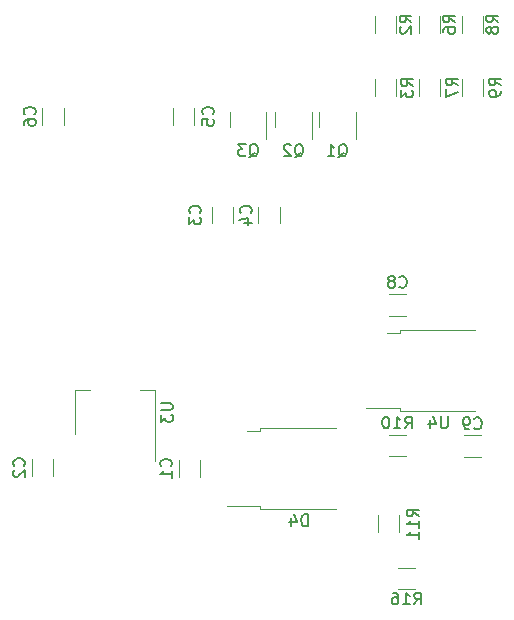
<source format=gbr>
%TF.GenerationSoftware,KiCad,Pcbnew,(7.0.0-0)*%
%TF.CreationDate,2023-06-23T15:16:10+02:00*%
%TF.ProjectId,RCcar,52436361-722e-46b6-9963-61645f706362,rev?*%
%TF.SameCoordinates,Original*%
%TF.FileFunction,Legend,Bot*%
%TF.FilePolarity,Positive*%
%FSLAX46Y46*%
G04 Gerber Fmt 4.6, Leading zero omitted, Abs format (unit mm)*
G04 Created by KiCad (PCBNEW (7.0.0-0)) date 2023-06-23 15:16:10*
%MOMM*%
%LPD*%
G01*
G04 APERTURE LIST*
%ADD10C,0.150000*%
%ADD11C,0.120000*%
G04 APERTURE END LIST*
D10*
%TO.C,Q2*%
X56195238Y-61362619D02*
X56290476Y-61315000D01*
X56290476Y-61315000D02*
X56385714Y-61219761D01*
X56385714Y-61219761D02*
X56528571Y-61076904D01*
X56528571Y-61076904D02*
X56623809Y-61029285D01*
X56623809Y-61029285D02*
X56719047Y-61029285D01*
X56671428Y-61267380D02*
X56766666Y-61219761D01*
X56766666Y-61219761D02*
X56861904Y-61124523D01*
X56861904Y-61124523D02*
X56909523Y-60934047D01*
X56909523Y-60934047D02*
X56909523Y-60600714D01*
X56909523Y-60600714D02*
X56861904Y-60410238D01*
X56861904Y-60410238D02*
X56766666Y-60315000D01*
X56766666Y-60315000D02*
X56671428Y-60267380D01*
X56671428Y-60267380D02*
X56480952Y-60267380D01*
X56480952Y-60267380D02*
X56385714Y-60315000D01*
X56385714Y-60315000D02*
X56290476Y-60410238D01*
X56290476Y-60410238D02*
X56242857Y-60600714D01*
X56242857Y-60600714D02*
X56242857Y-60934047D01*
X56242857Y-60934047D02*
X56290476Y-61124523D01*
X56290476Y-61124523D02*
X56385714Y-61219761D01*
X56385714Y-61219761D02*
X56480952Y-61267380D01*
X56480952Y-61267380D02*
X56671428Y-61267380D01*
X55861904Y-60362619D02*
X55814285Y-60315000D01*
X55814285Y-60315000D02*
X55719047Y-60267380D01*
X55719047Y-60267380D02*
X55480952Y-60267380D01*
X55480952Y-60267380D02*
X55385714Y-60315000D01*
X55385714Y-60315000D02*
X55338095Y-60362619D01*
X55338095Y-60362619D02*
X55290476Y-60457857D01*
X55290476Y-60457857D02*
X55290476Y-60553095D01*
X55290476Y-60553095D02*
X55338095Y-60695952D01*
X55338095Y-60695952D02*
X55909523Y-61267380D01*
X55909523Y-61267380D02*
X55290476Y-61267380D01*
%TO.C,R6*%
X69787380Y-49933333D02*
X69311190Y-49600000D01*
X69787380Y-49361905D02*
X68787380Y-49361905D01*
X68787380Y-49361905D02*
X68787380Y-49742857D01*
X68787380Y-49742857D02*
X68835000Y-49838095D01*
X68835000Y-49838095D02*
X68882619Y-49885714D01*
X68882619Y-49885714D02*
X68977857Y-49933333D01*
X68977857Y-49933333D02*
X69120714Y-49933333D01*
X69120714Y-49933333D02*
X69215952Y-49885714D01*
X69215952Y-49885714D02*
X69263571Y-49838095D01*
X69263571Y-49838095D02*
X69311190Y-49742857D01*
X69311190Y-49742857D02*
X69311190Y-49361905D01*
X68787380Y-50790476D02*
X68787380Y-50600000D01*
X68787380Y-50600000D02*
X68835000Y-50504762D01*
X68835000Y-50504762D02*
X68882619Y-50457143D01*
X68882619Y-50457143D02*
X69025476Y-50361905D01*
X69025476Y-50361905D02*
X69215952Y-50314286D01*
X69215952Y-50314286D02*
X69596904Y-50314286D01*
X69596904Y-50314286D02*
X69692142Y-50361905D01*
X69692142Y-50361905D02*
X69739761Y-50409524D01*
X69739761Y-50409524D02*
X69787380Y-50504762D01*
X69787380Y-50504762D02*
X69787380Y-50695238D01*
X69787380Y-50695238D02*
X69739761Y-50790476D01*
X69739761Y-50790476D02*
X69692142Y-50838095D01*
X69692142Y-50838095D02*
X69596904Y-50885714D01*
X69596904Y-50885714D02*
X69358809Y-50885714D01*
X69358809Y-50885714D02*
X69263571Y-50838095D01*
X69263571Y-50838095D02*
X69215952Y-50790476D01*
X69215952Y-50790476D02*
X69168333Y-50695238D01*
X69168333Y-50695238D02*
X69168333Y-50504762D01*
X69168333Y-50504762D02*
X69215952Y-50409524D01*
X69215952Y-50409524D02*
X69263571Y-50361905D01*
X69263571Y-50361905D02*
X69358809Y-50314286D01*
%TO.C,R16*%
X66317857Y-99212380D02*
X66651190Y-98736190D01*
X66889285Y-99212380D02*
X66889285Y-98212380D01*
X66889285Y-98212380D02*
X66508333Y-98212380D01*
X66508333Y-98212380D02*
X66413095Y-98260000D01*
X66413095Y-98260000D02*
X66365476Y-98307619D01*
X66365476Y-98307619D02*
X66317857Y-98402857D01*
X66317857Y-98402857D02*
X66317857Y-98545714D01*
X66317857Y-98545714D02*
X66365476Y-98640952D01*
X66365476Y-98640952D02*
X66413095Y-98688571D01*
X66413095Y-98688571D02*
X66508333Y-98736190D01*
X66508333Y-98736190D02*
X66889285Y-98736190D01*
X65365476Y-99212380D02*
X65936904Y-99212380D01*
X65651190Y-99212380D02*
X65651190Y-98212380D01*
X65651190Y-98212380D02*
X65746428Y-98355238D01*
X65746428Y-98355238D02*
X65841666Y-98450476D01*
X65841666Y-98450476D02*
X65936904Y-98498095D01*
X64508333Y-98212380D02*
X64698809Y-98212380D01*
X64698809Y-98212380D02*
X64794047Y-98260000D01*
X64794047Y-98260000D02*
X64841666Y-98307619D01*
X64841666Y-98307619D02*
X64936904Y-98450476D01*
X64936904Y-98450476D02*
X64984523Y-98640952D01*
X64984523Y-98640952D02*
X64984523Y-99021904D01*
X64984523Y-99021904D02*
X64936904Y-99117142D01*
X64936904Y-99117142D02*
X64889285Y-99164761D01*
X64889285Y-99164761D02*
X64794047Y-99212380D01*
X64794047Y-99212380D02*
X64603571Y-99212380D01*
X64603571Y-99212380D02*
X64508333Y-99164761D01*
X64508333Y-99164761D02*
X64460714Y-99117142D01*
X64460714Y-99117142D02*
X64413095Y-99021904D01*
X64413095Y-99021904D02*
X64413095Y-98783809D01*
X64413095Y-98783809D02*
X64460714Y-98688571D01*
X64460714Y-98688571D02*
X64508333Y-98640952D01*
X64508333Y-98640952D02*
X64603571Y-98593333D01*
X64603571Y-98593333D02*
X64794047Y-98593333D01*
X64794047Y-98593333D02*
X64889285Y-98640952D01*
X64889285Y-98640952D02*
X64936904Y-98688571D01*
X64936904Y-98688571D02*
X64984523Y-98783809D01*
%TO.C,R2*%
X66087380Y-49933333D02*
X65611190Y-49600000D01*
X66087380Y-49361905D02*
X65087380Y-49361905D01*
X65087380Y-49361905D02*
X65087380Y-49742857D01*
X65087380Y-49742857D02*
X65135000Y-49838095D01*
X65135000Y-49838095D02*
X65182619Y-49885714D01*
X65182619Y-49885714D02*
X65277857Y-49933333D01*
X65277857Y-49933333D02*
X65420714Y-49933333D01*
X65420714Y-49933333D02*
X65515952Y-49885714D01*
X65515952Y-49885714D02*
X65563571Y-49838095D01*
X65563571Y-49838095D02*
X65611190Y-49742857D01*
X65611190Y-49742857D02*
X65611190Y-49361905D01*
X65182619Y-50314286D02*
X65135000Y-50361905D01*
X65135000Y-50361905D02*
X65087380Y-50457143D01*
X65087380Y-50457143D02*
X65087380Y-50695238D01*
X65087380Y-50695238D02*
X65135000Y-50790476D01*
X65135000Y-50790476D02*
X65182619Y-50838095D01*
X65182619Y-50838095D02*
X65277857Y-50885714D01*
X65277857Y-50885714D02*
X65373095Y-50885714D01*
X65373095Y-50885714D02*
X65515952Y-50838095D01*
X65515952Y-50838095D02*
X66087380Y-50266667D01*
X66087380Y-50266667D02*
X66087380Y-50885714D01*
%TO.C,C9*%
X71416666Y-84294142D02*
X71464285Y-84341761D01*
X71464285Y-84341761D02*
X71607142Y-84389380D01*
X71607142Y-84389380D02*
X71702380Y-84389380D01*
X71702380Y-84389380D02*
X71845237Y-84341761D01*
X71845237Y-84341761D02*
X71940475Y-84246523D01*
X71940475Y-84246523D02*
X71988094Y-84151285D01*
X71988094Y-84151285D02*
X72035713Y-83960809D01*
X72035713Y-83960809D02*
X72035713Y-83817952D01*
X72035713Y-83817952D02*
X71988094Y-83627476D01*
X71988094Y-83627476D02*
X71940475Y-83532238D01*
X71940475Y-83532238D02*
X71845237Y-83437000D01*
X71845237Y-83437000D02*
X71702380Y-83389380D01*
X71702380Y-83389380D02*
X71607142Y-83389380D01*
X71607142Y-83389380D02*
X71464285Y-83437000D01*
X71464285Y-83437000D02*
X71416666Y-83484619D01*
X70940475Y-84389380D02*
X70749999Y-84389380D01*
X70749999Y-84389380D02*
X70654761Y-84341761D01*
X70654761Y-84341761D02*
X70607142Y-84294142D01*
X70607142Y-84294142D02*
X70511904Y-84151285D01*
X70511904Y-84151285D02*
X70464285Y-83960809D01*
X70464285Y-83960809D02*
X70464285Y-83579857D01*
X70464285Y-83579857D02*
X70511904Y-83484619D01*
X70511904Y-83484619D02*
X70559523Y-83437000D01*
X70559523Y-83437000D02*
X70654761Y-83389380D01*
X70654761Y-83389380D02*
X70845237Y-83389380D01*
X70845237Y-83389380D02*
X70940475Y-83437000D01*
X70940475Y-83437000D02*
X70988094Y-83484619D01*
X70988094Y-83484619D02*
X71035713Y-83579857D01*
X71035713Y-83579857D02*
X71035713Y-83817952D01*
X71035713Y-83817952D02*
X70988094Y-83913190D01*
X70988094Y-83913190D02*
X70940475Y-83960809D01*
X70940475Y-83960809D02*
X70845237Y-84008428D01*
X70845237Y-84008428D02*
X70654761Y-84008428D01*
X70654761Y-84008428D02*
X70559523Y-83960809D01*
X70559523Y-83960809D02*
X70511904Y-83913190D01*
X70511904Y-83913190D02*
X70464285Y-83817952D01*
%TO.C,R7*%
X70017380Y-55283333D02*
X69541190Y-54950000D01*
X70017380Y-54711905D02*
X69017380Y-54711905D01*
X69017380Y-54711905D02*
X69017380Y-55092857D01*
X69017380Y-55092857D02*
X69065000Y-55188095D01*
X69065000Y-55188095D02*
X69112619Y-55235714D01*
X69112619Y-55235714D02*
X69207857Y-55283333D01*
X69207857Y-55283333D02*
X69350714Y-55283333D01*
X69350714Y-55283333D02*
X69445952Y-55235714D01*
X69445952Y-55235714D02*
X69493571Y-55188095D01*
X69493571Y-55188095D02*
X69541190Y-55092857D01*
X69541190Y-55092857D02*
X69541190Y-54711905D01*
X69017380Y-55616667D02*
X69017380Y-56283333D01*
X69017380Y-56283333D02*
X70017380Y-55854762D01*
%TO.C,D4*%
X57328094Y-92597380D02*
X57328094Y-91597380D01*
X57328094Y-91597380D02*
X57089999Y-91597380D01*
X57089999Y-91597380D02*
X56947142Y-91645000D01*
X56947142Y-91645000D02*
X56851904Y-91740238D01*
X56851904Y-91740238D02*
X56804285Y-91835476D01*
X56804285Y-91835476D02*
X56756666Y-92025952D01*
X56756666Y-92025952D02*
X56756666Y-92168809D01*
X56756666Y-92168809D02*
X56804285Y-92359285D01*
X56804285Y-92359285D02*
X56851904Y-92454523D01*
X56851904Y-92454523D02*
X56947142Y-92549761D01*
X56947142Y-92549761D02*
X57089999Y-92597380D01*
X57089999Y-92597380D02*
X57328094Y-92597380D01*
X55899523Y-91930714D02*
X55899523Y-92597380D01*
X56137618Y-91549761D02*
X56375713Y-92264047D01*
X56375713Y-92264047D02*
X55756666Y-92264047D01*
%TO.C,Q3*%
X52345238Y-61362619D02*
X52440476Y-61315000D01*
X52440476Y-61315000D02*
X52535714Y-61219761D01*
X52535714Y-61219761D02*
X52678571Y-61076904D01*
X52678571Y-61076904D02*
X52773809Y-61029285D01*
X52773809Y-61029285D02*
X52869047Y-61029285D01*
X52821428Y-61267380D02*
X52916666Y-61219761D01*
X52916666Y-61219761D02*
X53011904Y-61124523D01*
X53011904Y-61124523D02*
X53059523Y-60934047D01*
X53059523Y-60934047D02*
X53059523Y-60600714D01*
X53059523Y-60600714D02*
X53011904Y-60410238D01*
X53011904Y-60410238D02*
X52916666Y-60315000D01*
X52916666Y-60315000D02*
X52821428Y-60267380D01*
X52821428Y-60267380D02*
X52630952Y-60267380D01*
X52630952Y-60267380D02*
X52535714Y-60315000D01*
X52535714Y-60315000D02*
X52440476Y-60410238D01*
X52440476Y-60410238D02*
X52392857Y-60600714D01*
X52392857Y-60600714D02*
X52392857Y-60934047D01*
X52392857Y-60934047D02*
X52440476Y-61124523D01*
X52440476Y-61124523D02*
X52535714Y-61219761D01*
X52535714Y-61219761D02*
X52630952Y-61267380D01*
X52630952Y-61267380D02*
X52821428Y-61267380D01*
X52059523Y-60267380D02*
X51440476Y-60267380D01*
X51440476Y-60267380D02*
X51773809Y-60648333D01*
X51773809Y-60648333D02*
X51630952Y-60648333D01*
X51630952Y-60648333D02*
X51535714Y-60695952D01*
X51535714Y-60695952D02*
X51488095Y-60743571D01*
X51488095Y-60743571D02*
X51440476Y-60838809D01*
X51440476Y-60838809D02*
X51440476Y-61076904D01*
X51440476Y-61076904D02*
X51488095Y-61172142D01*
X51488095Y-61172142D02*
X51535714Y-61219761D01*
X51535714Y-61219761D02*
X51630952Y-61267380D01*
X51630952Y-61267380D02*
X51916666Y-61267380D01*
X51916666Y-61267380D02*
X52011904Y-61219761D01*
X52011904Y-61219761D02*
X52059523Y-61172142D01*
%TO.C,C8*%
X65066666Y-72322142D02*
X65114285Y-72369761D01*
X65114285Y-72369761D02*
X65257142Y-72417380D01*
X65257142Y-72417380D02*
X65352380Y-72417380D01*
X65352380Y-72417380D02*
X65495237Y-72369761D01*
X65495237Y-72369761D02*
X65590475Y-72274523D01*
X65590475Y-72274523D02*
X65638094Y-72179285D01*
X65638094Y-72179285D02*
X65685713Y-71988809D01*
X65685713Y-71988809D02*
X65685713Y-71845952D01*
X65685713Y-71845952D02*
X65638094Y-71655476D01*
X65638094Y-71655476D02*
X65590475Y-71560238D01*
X65590475Y-71560238D02*
X65495237Y-71465000D01*
X65495237Y-71465000D02*
X65352380Y-71417380D01*
X65352380Y-71417380D02*
X65257142Y-71417380D01*
X65257142Y-71417380D02*
X65114285Y-71465000D01*
X65114285Y-71465000D02*
X65066666Y-71512619D01*
X64495237Y-71845952D02*
X64590475Y-71798333D01*
X64590475Y-71798333D02*
X64638094Y-71750714D01*
X64638094Y-71750714D02*
X64685713Y-71655476D01*
X64685713Y-71655476D02*
X64685713Y-71607857D01*
X64685713Y-71607857D02*
X64638094Y-71512619D01*
X64638094Y-71512619D02*
X64590475Y-71465000D01*
X64590475Y-71465000D02*
X64495237Y-71417380D01*
X64495237Y-71417380D02*
X64304761Y-71417380D01*
X64304761Y-71417380D02*
X64209523Y-71465000D01*
X64209523Y-71465000D02*
X64161904Y-71512619D01*
X64161904Y-71512619D02*
X64114285Y-71607857D01*
X64114285Y-71607857D02*
X64114285Y-71655476D01*
X64114285Y-71655476D02*
X64161904Y-71750714D01*
X64161904Y-71750714D02*
X64209523Y-71798333D01*
X64209523Y-71798333D02*
X64304761Y-71845952D01*
X64304761Y-71845952D02*
X64495237Y-71845952D01*
X64495237Y-71845952D02*
X64590475Y-71893571D01*
X64590475Y-71893571D02*
X64638094Y-71941190D01*
X64638094Y-71941190D02*
X64685713Y-72036428D01*
X64685713Y-72036428D02*
X64685713Y-72226904D01*
X64685713Y-72226904D02*
X64638094Y-72322142D01*
X64638094Y-72322142D02*
X64590475Y-72369761D01*
X64590475Y-72369761D02*
X64495237Y-72417380D01*
X64495237Y-72417380D02*
X64304761Y-72417380D01*
X64304761Y-72417380D02*
X64209523Y-72369761D01*
X64209523Y-72369761D02*
X64161904Y-72322142D01*
X64161904Y-72322142D02*
X64114285Y-72226904D01*
X64114285Y-72226904D02*
X64114285Y-72036428D01*
X64114285Y-72036428D02*
X64161904Y-71941190D01*
X64161904Y-71941190D02*
X64209523Y-71893571D01*
X64209523Y-71893571D02*
X64304761Y-71845952D01*
%TO.C,Q1*%
X59895238Y-61362619D02*
X59990476Y-61315000D01*
X59990476Y-61315000D02*
X60085714Y-61219761D01*
X60085714Y-61219761D02*
X60228571Y-61076904D01*
X60228571Y-61076904D02*
X60323809Y-61029285D01*
X60323809Y-61029285D02*
X60419047Y-61029285D01*
X60371428Y-61267380D02*
X60466666Y-61219761D01*
X60466666Y-61219761D02*
X60561904Y-61124523D01*
X60561904Y-61124523D02*
X60609523Y-60934047D01*
X60609523Y-60934047D02*
X60609523Y-60600714D01*
X60609523Y-60600714D02*
X60561904Y-60410238D01*
X60561904Y-60410238D02*
X60466666Y-60315000D01*
X60466666Y-60315000D02*
X60371428Y-60267380D01*
X60371428Y-60267380D02*
X60180952Y-60267380D01*
X60180952Y-60267380D02*
X60085714Y-60315000D01*
X60085714Y-60315000D02*
X59990476Y-60410238D01*
X59990476Y-60410238D02*
X59942857Y-60600714D01*
X59942857Y-60600714D02*
X59942857Y-60934047D01*
X59942857Y-60934047D02*
X59990476Y-61124523D01*
X59990476Y-61124523D02*
X60085714Y-61219761D01*
X60085714Y-61219761D02*
X60180952Y-61267380D01*
X60180952Y-61267380D02*
X60371428Y-61267380D01*
X58990476Y-61267380D02*
X59561904Y-61267380D01*
X59276190Y-61267380D02*
X59276190Y-60267380D01*
X59276190Y-60267380D02*
X59371428Y-60410238D01*
X59371428Y-60410238D02*
X59466666Y-60505476D01*
X59466666Y-60505476D02*
X59561904Y-60553095D01*
%TO.C,C3*%
X48172142Y-66083333D02*
X48219761Y-66035714D01*
X48219761Y-66035714D02*
X48267380Y-65892857D01*
X48267380Y-65892857D02*
X48267380Y-65797619D01*
X48267380Y-65797619D02*
X48219761Y-65654762D01*
X48219761Y-65654762D02*
X48124523Y-65559524D01*
X48124523Y-65559524D02*
X48029285Y-65511905D01*
X48029285Y-65511905D02*
X47838809Y-65464286D01*
X47838809Y-65464286D02*
X47695952Y-65464286D01*
X47695952Y-65464286D02*
X47505476Y-65511905D01*
X47505476Y-65511905D02*
X47410238Y-65559524D01*
X47410238Y-65559524D02*
X47315000Y-65654762D01*
X47315000Y-65654762D02*
X47267380Y-65797619D01*
X47267380Y-65797619D02*
X47267380Y-65892857D01*
X47267380Y-65892857D02*
X47315000Y-66035714D01*
X47315000Y-66035714D02*
X47362619Y-66083333D01*
X47267380Y-66416667D02*
X47267380Y-67035714D01*
X47267380Y-67035714D02*
X47648333Y-66702381D01*
X47648333Y-66702381D02*
X47648333Y-66845238D01*
X47648333Y-66845238D02*
X47695952Y-66940476D01*
X47695952Y-66940476D02*
X47743571Y-66988095D01*
X47743571Y-66988095D02*
X47838809Y-67035714D01*
X47838809Y-67035714D02*
X48076904Y-67035714D01*
X48076904Y-67035714D02*
X48172142Y-66988095D01*
X48172142Y-66988095D02*
X48219761Y-66940476D01*
X48219761Y-66940476D02*
X48267380Y-66845238D01*
X48267380Y-66845238D02*
X48267380Y-66559524D01*
X48267380Y-66559524D02*
X48219761Y-66464286D01*
X48219761Y-66464286D02*
X48172142Y-66416667D01*
%TO.C,U3*%
X44867380Y-82188095D02*
X45676904Y-82188095D01*
X45676904Y-82188095D02*
X45772142Y-82235714D01*
X45772142Y-82235714D02*
X45819761Y-82283333D01*
X45819761Y-82283333D02*
X45867380Y-82378571D01*
X45867380Y-82378571D02*
X45867380Y-82569047D01*
X45867380Y-82569047D02*
X45819761Y-82664285D01*
X45819761Y-82664285D02*
X45772142Y-82711904D01*
X45772142Y-82711904D02*
X45676904Y-82759523D01*
X45676904Y-82759523D02*
X44867380Y-82759523D01*
X44867380Y-83140476D02*
X44867380Y-83759523D01*
X44867380Y-83759523D02*
X45248333Y-83426190D01*
X45248333Y-83426190D02*
X45248333Y-83569047D01*
X45248333Y-83569047D02*
X45295952Y-83664285D01*
X45295952Y-83664285D02*
X45343571Y-83711904D01*
X45343571Y-83711904D02*
X45438809Y-83759523D01*
X45438809Y-83759523D02*
X45676904Y-83759523D01*
X45676904Y-83759523D02*
X45772142Y-83711904D01*
X45772142Y-83711904D02*
X45819761Y-83664285D01*
X45819761Y-83664285D02*
X45867380Y-83569047D01*
X45867380Y-83569047D02*
X45867380Y-83283333D01*
X45867380Y-83283333D02*
X45819761Y-83188095D01*
X45819761Y-83188095D02*
X45772142Y-83140476D01*
%TO.C,C5*%
X49272142Y-57733333D02*
X49319761Y-57685714D01*
X49319761Y-57685714D02*
X49367380Y-57542857D01*
X49367380Y-57542857D02*
X49367380Y-57447619D01*
X49367380Y-57447619D02*
X49319761Y-57304762D01*
X49319761Y-57304762D02*
X49224523Y-57209524D01*
X49224523Y-57209524D02*
X49129285Y-57161905D01*
X49129285Y-57161905D02*
X48938809Y-57114286D01*
X48938809Y-57114286D02*
X48795952Y-57114286D01*
X48795952Y-57114286D02*
X48605476Y-57161905D01*
X48605476Y-57161905D02*
X48510238Y-57209524D01*
X48510238Y-57209524D02*
X48415000Y-57304762D01*
X48415000Y-57304762D02*
X48367380Y-57447619D01*
X48367380Y-57447619D02*
X48367380Y-57542857D01*
X48367380Y-57542857D02*
X48415000Y-57685714D01*
X48415000Y-57685714D02*
X48462619Y-57733333D01*
X48367380Y-58638095D02*
X48367380Y-58161905D01*
X48367380Y-58161905D02*
X48843571Y-58114286D01*
X48843571Y-58114286D02*
X48795952Y-58161905D01*
X48795952Y-58161905D02*
X48748333Y-58257143D01*
X48748333Y-58257143D02*
X48748333Y-58495238D01*
X48748333Y-58495238D02*
X48795952Y-58590476D01*
X48795952Y-58590476D02*
X48843571Y-58638095D01*
X48843571Y-58638095D02*
X48938809Y-58685714D01*
X48938809Y-58685714D02*
X49176904Y-58685714D01*
X49176904Y-58685714D02*
X49272142Y-58638095D01*
X49272142Y-58638095D02*
X49319761Y-58590476D01*
X49319761Y-58590476D02*
X49367380Y-58495238D01*
X49367380Y-58495238D02*
X49367380Y-58257143D01*
X49367380Y-58257143D02*
X49319761Y-58161905D01*
X49319761Y-58161905D02*
X49272142Y-58114286D01*
%TO.C,R9*%
X73667380Y-55283333D02*
X73191190Y-54950000D01*
X73667380Y-54711905D02*
X72667380Y-54711905D01*
X72667380Y-54711905D02*
X72667380Y-55092857D01*
X72667380Y-55092857D02*
X72715000Y-55188095D01*
X72715000Y-55188095D02*
X72762619Y-55235714D01*
X72762619Y-55235714D02*
X72857857Y-55283333D01*
X72857857Y-55283333D02*
X73000714Y-55283333D01*
X73000714Y-55283333D02*
X73095952Y-55235714D01*
X73095952Y-55235714D02*
X73143571Y-55188095D01*
X73143571Y-55188095D02*
X73191190Y-55092857D01*
X73191190Y-55092857D02*
X73191190Y-54711905D01*
X73667380Y-55759524D02*
X73667380Y-55950000D01*
X73667380Y-55950000D02*
X73619761Y-56045238D01*
X73619761Y-56045238D02*
X73572142Y-56092857D01*
X73572142Y-56092857D02*
X73429285Y-56188095D01*
X73429285Y-56188095D02*
X73238809Y-56235714D01*
X73238809Y-56235714D02*
X72857857Y-56235714D01*
X72857857Y-56235714D02*
X72762619Y-56188095D01*
X72762619Y-56188095D02*
X72715000Y-56140476D01*
X72715000Y-56140476D02*
X72667380Y-56045238D01*
X72667380Y-56045238D02*
X72667380Y-55854762D01*
X72667380Y-55854762D02*
X72715000Y-55759524D01*
X72715000Y-55759524D02*
X72762619Y-55711905D01*
X72762619Y-55711905D02*
X72857857Y-55664286D01*
X72857857Y-55664286D02*
X73095952Y-55664286D01*
X73095952Y-55664286D02*
X73191190Y-55711905D01*
X73191190Y-55711905D02*
X73238809Y-55759524D01*
X73238809Y-55759524D02*
X73286428Y-55854762D01*
X73286428Y-55854762D02*
X73286428Y-56045238D01*
X73286428Y-56045238D02*
X73238809Y-56140476D01*
X73238809Y-56140476D02*
X73191190Y-56188095D01*
X73191190Y-56188095D02*
X73095952Y-56235714D01*
%TO.C,R11*%
X66692380Y-91757142D02*
X66216190Y-91423809D01*
X66692380Y-91185714D02*
X65692380Y-91185714D01*
X65692380Y-91185714D02*
X65692380Y-91566666D01*
X65692380Y-91566666D02*
X65740000Y-91661904D01*
X65740000Y-91661904D02*
X65787619Y-91709523D01*
X65787619Y-91709523D02*
X65882857Y-91757142D01*
X65882857Y-91757142D02*
X66025714Y-91757142D01*
X66025714Y-91757142D02*
X66120952Y-91709523D01*
X66120952Y-91709523D02*
X66168571Y-91661904D01*
X66168571Y-91661904D02*
X66216190Y-91566666D01*
X66216190Y-91566666D02*
X66216190Y-91185714D01*
X66692380Y-92709523D02*
X66692380Y-92138095D01*
X66692380Y-92423809D02*
X65692380Y-92423809D01*
X65692380Y-92423809D02*
X65835238Y-92328571D01*
X65835238Y-92328571D02*
X65930476Y-92233333D01*
X65930476Y-92233333D02*
X65978095Y-92138095D01*
X66692380Y-93661904D02*
X66692380Y-93090476D01*
X66692380Y-93376190D02*
X65692380Y-93376190D01*
X65692380Y-93376190D02*
X65835238Y-93280952D01*
X65835238Y-93280952D02*
X65930476Y-93185714D01*
X65930476Y-93185714D02*
X65978095Y-93090476D01*
%TO.C,U4*%
X69151904Y-83287380D02*
X69151904Y-84096904D01*
X69151904Y-84096904D02*
X69104285Y-84192142D01*
X69104285Y-84192142D02*
X69056666Y-84239761D01*
X69056666Y-84239761D02*
X68961428Y-84287380D01*
X68961428Y-84287380D02*
X68770952Y-84287380D01*
X68770952Y-84287380D02*
X68675714Y-84239761D01*
X68675714Y-84239761D02*
X68628095Y-84192142D01*
X68628095Y-84192142D02*
X68580476Y-84096904D01*
X68580476Y-84096904D02*
X68580476Y-83287380D01*
X67675714Y-83620714D02*
X67675714Y-84287380D01*
X67913809Y-83239761D02*
X68151904Y-83954047D01*
X68151904Y-83954047D02*
X67532857Y-83954047D01*
%TO.C,C6*%
X34172142Y-57733333D02*
X34219761Y-57685714D01*
X34219761Y-57685714D02*
X34267380Y-57542857D01*
X34267380Y-57542857D02*
X34267380Y-57447619D01*
X34267380Y-57447619D02*
X34219761Y-57304762D01*
X34219761Y-57304762D02*
X34124523Y-57209524D01*
X34124523Y-57209524D02*
X34029285Y-57161905D01*
X34029285Y-57161905D02*
X33838809Y-57114286D01*
X33838809Y-57114286D02*
X33695952Y-57114286D01*
X33695952Y-57114286D02*
X33505476Y-57161905D01*
X33505476Y-57161905D02*
X33410238Y-57209524D01*
X33410238Y-57209524D02*
X33315000Y-57304762D01*
X33315000Y-57304762D02*
X33267380Y-57447619D01*
X33267380Y-57447619D02*
X33267380Y-57542857D01*
X33267380Y-57542857D02*
X33315000Y-57685714D01*
X33315000Y-57685714D02*
X33362619Y-57733333D01*
X33267380Y-58590476D02*
X33267380Y-58400000D01*
X33267380Y-58400000D02*
X33315000Y-58304762D01*
X33315000Y-58304762D02*
X33362619Y-58257143D01*
X33362619Y-58257143D02*
X33505476Y-58161905D01*
X33505476Y-58161905D02*
X33695952Y-58114286D01*
X33695952Y-58114286D02*
X34076904Y-58114286D01*
X34076904Y-58114286D02*
X34172142Y-58161905D01*
X34172142Y-58161905D02*
X34219761Y-58209524D01*
X34219761Y-58209524D02*
X34267380Y-58304762D01*
X34267380Y-58304762D02*
X34267380Y-58495238D01*
X34267380Y-58495238D02*
X34219761Y-58590476D01*
X34219761Y-58590476D02*
X34172142Y-58638095D01*
X34172142Y-58638095D02*
X34076904Y-58685714D01*
X34076904Y-58685714D02*
X33838809Y-58685714D01*
X33838809Y-58685714D02*
X33743571Y-58638095D01*
X33743571Y-58638095D02*
X33695952Y-58590476D01*
X33695952Y-58590476D02*
X33648333Y-58495238D01*
X33648333Y-58495238D02*
X33648333Y-58304762D01*
X33648333Y-58304762D02*
X33695952Y-58209524D01*
X33695952Y-58209524D02*
X33743571Y-58161905D01*
X33743571Y-58161905D02*
X33838809Y-58114286D01*
%TO.C,R10*%
X65542857Y-84322380D02*
X65876190Y-83846190D01*
X66114285Y-84322380D02*
X66114285Y-83322380D01*
X66114285Y-83322380D02*
X65733333Y-83322380D01*
X65733333Y-83322380D02*
X65638095Y-83370000D01*
X65638095Y-83370000D02*
X65590476Y-83417619D01*
X65590476Y-83417619D02*
X65542857Y-83512857D01*
X65542857Y-83512857D02*
X65542857Y-83655714D01*
X65542857Y-83655714D02*
X65590476Y-83750952D01*
X65590476Y-83750952D02*
X65638095Y-83798571D01*
X65638095Y-83798571D02*
X65733333Y-83846190D01*
X65733333Y-83846190D02*
X66114285Y-83846190D01*
X64590476Y-84322380D02*
X65161904Y-84322380D01*
X64876190Y-84322380D02*
X64876190Y-83322380D01*
X64876190Y-83322380D02*
X64971428Y-83465238D01*
X64971428Y-83465238D02*
X65066666Y-83560476D01*
X65066666Y-83560476D02*
X65161904Y-83608095D01*
X63971428Y-83322380D02*
X63876190Y-83322380D01*
X63876190Y-83322380D02*
X63780952Y-83370000D01*
X63780952Y-83370000D02*
X63733333Y-83417619D01*
X63733333Y-83417619D02*
X63685714Y-83512857D01*
X63685714Y-83512857D02*
X63638095Y-83703333D01*
X63638095Y-83703333D02*
X63638095Y-83941428D01*
X63638095Y-83941428D02*
X63685714Y-84131904D01*
X63685714Y-84131904D02*
X63733333Y-84227142D01*
X63733333Y-84227142D02*
X63780952Y-84274761D01*
X63780952Y-84274761D02*
X63876190Y-84322380D01*
X63876190Y-84322380D02*
X63971428Y-84322380D01*
X63971428Y-84322380D02*
X64066666Y-84274761D01*
X64066666Y-84274761D02*
X64114285Y-84227142D01*
X64114285Y-84227142D02*
X64161904Y-84131904D01*
X64161904Y-84131904D02*
X64209523Y-83941428D01*
X64209523Y-83941428D02*
X64209523Y-83703333D01*
X64209523Y-83703333D02*
X64161904Y-83512857D01*
X64161904Y-83512857D02*
X64114285Y-83417619D01*
X64114285Y-83417619D02*
X64066666Y-83370000D01*
X64066666Y-83370000D02*
X63971428Y-83322380D01*
%TO.C,C1*%
X45722142Y-87533333D02*
X45769761Y-87485714D01*
X45769761Y-87485714D02*
X45817380Y-87342857D01*
X45817380Y-87342857D02*
X45817380Y-87247619D01*
X45817380Y-87247619D02*
X45769761Y-87104762D01*
X45769761Y-87104762D02*
X45674523Y-87009524D01*
X45674523Y-87009524D02*
X45579285Y-86961905D01*
X45579285Y-86961905D02*
X45388809Y-86914286D01*
X45388809Y-86914286D02*
X45245952Y-86914286D01*
X45245952Y-86914286D02*
X45055476Y-86961905D01*
X45055476Y-86961905D02*
X44960238Y-87009524D01*
X44960238Y-87009524D02*
X44865000Y-87104762D01*
X44865000Y-87104762D02*
X44817380Y-87247619D01*
X44817380Y-87247619D02*
X44817380Y-87342857D01*
X44817380Y-87342857D02*
X44865000Y-87485714D01*
X44865000Y-87485714D02*
X44912619Y-87533333D01*
X45817380Y-88485714D02*
X45817380Y-87914286D01*
X45817380Y-88200000D02*
X44817380Y-88200000D01*
X44817380Y-88200000D02*
X44960238Y-88104762D01*
X44960238Y-88104762D02*
X45055476Y-88009524D01*
X45055476Y-88009524D02*
X45103095Y-87914286D01*
%TO.C,R3*%
X66217380Y-55333333D02*
X65741190Y-55000000D01*
X66217380Y-54761905D02*
X65217380Y-54761905D01*
X65217380Y-54761905D02*
X65217380Y-55142857D01*
X65217380Y-55142857D02*
X65265000Y-55238095D01*
X65265000Y-55238095D02*
X65312619Y-55285714D01*
X65312619Y-55285714D02*
X65407857Y-55333333D01*
X65407857Y-55333333D02*
X65550714Y-55333333D01*
X65550714Y-55333333D02*
X65645952Y-55285714D01*
X65645952Y-55285714D02*
X65693571Y-55238095D01*
X65693571Y-55238095D02*
X65741190Y-55142857D01*
X65741190Y-55142857D02*
X65741190Y-54761905D01*
X65217380Y-55666667D02*
X65217380Y-56285714D01*
X65217380Y-56285714D02*
X65598333Y-55952381D01*
X65598333Y-55952381D02*
X65598333Y-56095238D01*
X65598333Y-56095238D02*
X65645952Y-56190476D01*
X65645952Y-56190476D02*
X65693571Y-56238095D01*
X65693571Y-56238095D02*
X65788809Y-56285714D01*
X65788809Y-56285714D02*
X66026904Y-56285714D01*
X66026904Y-56285714D02*
X66122142Y-56238095D01*
X66122142Y-56238095D02*
X66169761Y-56190476D01*
X66169761Y-56190476D02*
X66217380Y-56095238D01*
X66217380Y-56095238D02*
X66217380Y-55809524D01*
X66217380Y-55809524D02*
X66169761Y-55714286D01*
X66169761Y-55714286D02*
X66122142Y-55666667D01*
%TO.C,C2*%
X33272142Y-87483333D02*
X33319761Y-87435714D01*
X33319761Y-87435714D02*
X33367380Y-87292857D01*
X33367380Y-87292857D02*
X33367380Y-87197619D01*
X33367380Y-87197619D02*
X33319761Y-87054762D01*
X33319761Y-87054762D02*
X33224523Y-86959524D01*
X33224523Y-86959524D02*
X33129285Y-86911905D01*
X33129285Y-86911905D02*
X32938809Y-86864286D01*
X32938809Y-86864286D02*
X32795952Y-86864286D01*
X32795952Y-86864286D02*
X32605476Y-86911905D01*
X32605476Y-86911905D02*
X32510238Y-86959524D01*
X32510238Y-86959524D02*
X32415000Y-87054762D01*
X32415000Y-87054762D02*
X32367380Y-87197619D01*
X32367380Y-87197619D02*
X32367380Y-87292857D01*
X32367380Y-87292857D02*
X32415000Y-87435714D01*
X32415000Y-87435714D02*
X32462619Y-87483333D01*
X32462619Y-87864286D02*
X32415000Y-87911905D01*
X32415000Y-87911905D02*
X32367380Y-88007143D01*
X32367380Y-88007143D02*
X32367380Y-88245238D01*
X32367380Y-88245238D02*
X32415000Y-88340476D01*
X32415000Y-88340476D02*
X32462619Y-88388095D01*
X32462619Y-88388095D02*
X32557857Y-88435714D01*
X32557857Y-88435714D02*
X32653095Y-88435714D01*
X32653095Y-88435714D02*
X32795952Y-88388095D01*
X32795952Y-88388095D02*
X33367380Y-87816667D01*
X33367380Y-87816667D02*
X33367380Y-88435714D01*
%TO.C,C4*%
X52472142Y-66083333D02*
X52519761Y-66035714D01*
X52519761Y-66035714D02*
X52567380Y-65892857D01*
X52567380Y-65892857D02*
X52567380Y-65797619D01*
X52567380Y-65797619D02*
X52519761Y-65654762D01*
X52519761Y-65654762D02*
X52424523Y-65559524D01*
X52424523Y-65559524D02*
X52329285Y-65511905D01*
X52329285Y-65511905D02*
X52138809Y-65464286D01*
X52138809Y-65464286D02*
X51995952Y-65464286D01*
X51995952Y-65464286D02*
X51805476Y-65511905D01*
X51805476Y-65511905D02*
X51710238Y-65559524D01*
X51710238Y-65559524D02*
X51615000Y-65654762D01*
X51615000Y-65654762D02*
X51567380Y-65797619D01*
X51567380Y-65797619D02*
X51567380Y-65892857D01*
X51567380Y-65892857D02*
X51615000Y-66035714D01*
X51615000Y-66035714D02*
X51662619Y-66083333D01*
X51900714Y-66940476D02*
X52567380Y-66940476D01*
X51519761Y-66702381D02*
X52234047Y-66464286D01*
X52234047Y-66464286D02*
X52234047Y-67083333D01*
%TO.C,R8*%
X73437380Y-49933333D02*
X72961190Y-49600000D01*
X73437380Y-49361905D02*
X72437380Y-49361905D01*
X72437380Y-49361905D02*
X72437380Y-49742857D01*
X72437380Y-49742857D02*
X72485000Y-49838095D01*
X72485000Y-49838095D02*
X72532619Y-49885714D01*
X72532619Y-49885714D02*
X72627857Y-49933333D01*
X72627857Y-49933333D02*
X72770714Y-49933333D01*
X72770714Y-49933333D02*
X72865952Y-49885714D01*
X72865952Y-49885714D02*
X72913571Y-49838095D01*
X72913571Y-49838095D02*
X72961190Y-49742857D01*
X72961190Y-49742857D02*
X72961190Y-49361905D01*
X72865952Y-50504762D02*
X72818333Y-50409524D01*
X72818333Y-50409524D02*
X72770714Y-50361905D01*
X72770714Y-50361905D02*
X72675476Y-50314286D01*
X72675476Y-50314286D02*
X72627857Y-50314286D01*
X72627857Y-50314286D02*
X72532619Y-50361905D01*
X72532619Y-50361905D02*
X72485000Y-50409524D01*
X72485000Y-50409524D02*
X72437380Y-50504762D01*
X72437380Y-50504762D02*
X72437380Y-50695238D01*
X72437380Y-50695238D02*
X72485000Y-50790476D01*
X72485000Y-50790476D02*
X72532619Y-50838095D01*
X72532619Y-50838095D02*
X72627857Y-50885714D01*
X72627857Y-50885714D02*
X72675476Y-50885714D01*
X72675476Y-50885714D02*
X72770714Y-50838095D01*
X72770714Y-50838095D02*
X72818333Y-50790476D01*
X72818333Y-50790476D02*
X72865952Y-50695238D01*
X72865952Y-50695238D02*
X72865952Y-50504762D01*
X72865952Y-50504762D02*
X72913571Y-50409524D01*
X72913571Y-50409524D02*
X72961190Y-50361905D01*
X72961190Y-50361905D02*
X73056428Y-50314286D01*
X73056428Y-50314286D02*
X73246904Y-50314286D01*
X73246904Y-50314286D02*
X73342142Y-50361905D01*
X73342142Y-50361905D02*
X73389761Y-50409524D01*
X73389761Y-50409524D02*
X73437380Y-50504762D01*
X73437380Y-50504762D02*
X73437380Y-50695238D01*
X73437380Y-50695238D02*
X73389761Y-50790476D01*
X73389761Y-50790476D02*
X73342142Y-50838095D01*
X73342142Y-50838095D02*
X73246904Y-50885714D01*
X73246904Y-50885714D02*
X73056428Y-50885714D01*
X73056428Y-50885714D02*
X72961190Y-50838095D01*
X72961190Y-50838095D02*
X72913571Y-50790476D01*
X72913571Y-50790476D02*
X72865952Y-50695238D01*
D11*
%TO.C,Q2*%
X54540000Y-58150000D02*
X54540000Y-58800000D01*
X54540000Y-58150000D02*
X54540000Y-57500000D01*
X57660000Y-58150000D02*
X57660000Y-59825000D01*
X57660000Y-58150000D02*
X57660000Y-57500000D01*
%TO.C,R6*%
X66690000Y-50827064D02*
X66690000Y-49372936D01*
X68510000Y-50827064D02*
X68510000Y-49372936D01*
%TO.C,R16*%
X64947936Y-96115000D02*
X66402064Y-96115000D01*
X64947936Y-97935000D02*
X66402064Y-97935000D01*
%TO.C,R2*%
X62990000Y-50827064D02*
X62990000Y-49372936D01*
X64810000Y-50827064D02*
X64810000Y-49372936D01*
%TO.C,C9*%
X70538748Y-84890000D02*
X71961252Y-84890000D01*
X70538748Y-86710000D02*
X71961252Y-86710000D01*
%TO.C,R7*%
X68510000Y-54722936D02*
X68510000Y-56177064D01*
X66690000Y-54722936D02*
X66690000Y-56177064D01*
%TO.C,D4*%
X53280000Y-84280000D02*
X53280000Y-84550000D01*
X53280000Y-84550000D02*
X52180000Y-84550000D01*
X53280000Y-90910000D02*
X50450000Y-90910000D01*
X53280000Y-91180000D02*
X53280000Y-90910000D01*
X59700000Y-84280000D02*
X53280000Y-84280000D01*
X59700000Y-91180000D02*
X53280000Y-91180000D01*
%TO.C,Q3*%
X50690000Y-58150000D02*
X50690000Y-58800000D01*
X50690000Y-58150000D02*
X50690000Y-57500000D01*
X53810000Y-58150000D02*
X53810000Y-59825000D01*
X53810000Y-58150000D02*
X53810000Y-57500000D01*
%TO.C,C8*%
X64188748Y-72965000D02*
X65611252Y-72965000D01*
X64188748Y-74785000D02*
X65611252Y-74785000D01*
%TO.C,Q1*%
X58240000Y-58150000D02*
X58240000Y-58800000D01*
X58240000Y-58150000D02*
X58240000Y-57500000D01*
X61360000Y-58150000D02*
X61360000Y-59825000D01*
X61360000Y-58150000D02*
X61360000Y-57500000D01*
%TO.C,C3*%
X49190000Y-66961252D02*
X49190000Y-65538748D01*
X51010000Y-66961252D02*
X51010000Y-65538748D01*
%TO.C,U3*%
X44410000Y-87050000D02*
X44410000Y-81040000D01*
X37590000Y-84800000D02*
X37590000Y-81040000D01*
X37590000Y-81040000D02*
X38850000Y-81040000D01*
X44410000Y-81040000D02*
X43150000Y-81040000D01*
%TO.C,C5*%
X47710000Y-57188748D02*
X47710000Y-58611252D01*
X45890000Y-57188748D02*
X45890000Y-58611252D01*
%TO.C,R9*%
X72160000Y-54722936D02*
X72160000Y-56177064D01*
X70340000Y-54722936D02*
X70340000Y-56177064D01*
%TO.C,R11*%
X65060000Y-91647936D02*
X65060000Y-93102064D01*
X63240000Y-91647936D02*
X63240000Y-93102064D01*
%TO.C,U4*%
X65080000Y-75970000D02*
X65080000Y-76240000D01*
X65080000Y-76240000D02*
X63980000Y-76240000D01*
X65080000Y-82600000D02*
X62250000Y-82600000D01*
X65080000Y-82870000D02*
X65080000Y-82600000D01*
X71500000Y-75970000D02*
X65080000Y-75970000D01*
X71500000Y-82870000D02*
X65080000Y-82870000D01*
%TO.C,C6*%
X36660000Y-57188748D02*
X36660000Y-58611252D01*
X34840000Y-57188748D02*
X34840000Y-58611252D01*
%TO.C,R10*%
X65627064Y-86685000D02*
X64172936Y-86685000D01*
X65627064Y-84865000D02*
X64172936Y-84865000D01*
%TO.C,C1*%
X48210000Y-86988748D02*
X48210000Y-88411252D01*
X46390000Y-86988748D02*
X46390000Y-88411252D01*
%TO.C,R3*%
X64810000Y-54722936D02*
X64810000Y-56177064D01*
X62990000Y-54722936D02*
X62990000Y-56177064D01*
%TO.C,C2*%
X35760000Y-86938748D02*
X35760000Y-88361252D01*
X33940000Y-86938748D02*
X33940000Y-88361252D01*
%TO.C,C4*%
X54960000Y-65538748D02*
X54960000Y-66961252D01*
X53140000Y-65538748D02*
X53140000Y-66961252D01*
%TO.C,R8*%
X70340000Y-50827064D02*
X70340000Y-49372936D01*
X72160000Y-50827064D02*
X72160000Y-49372936D01*
%TD*%
M02*

</source>
